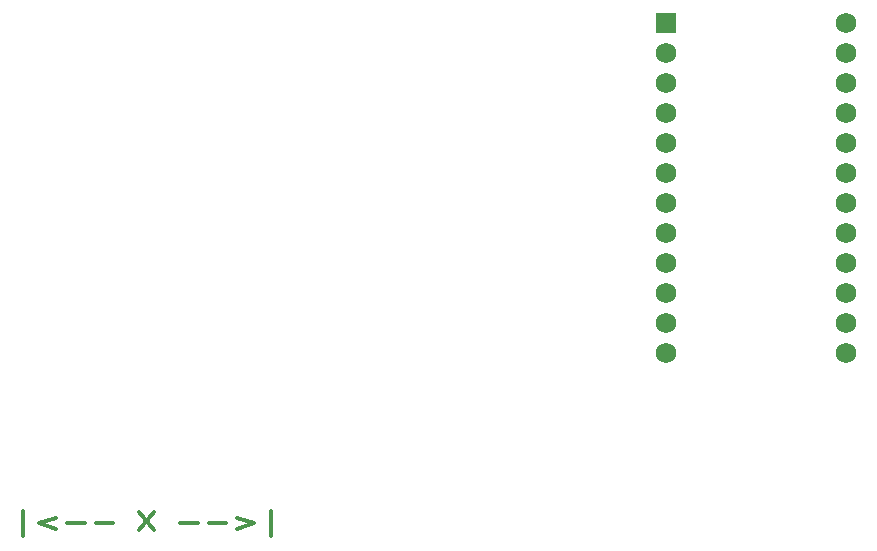
<source format=gbr>
%TF.GenerationSoftware,KiCad,Pcbnew,6.99.0*%
%TF.CreationDate,2021-12-29T22:27:03+01:00*%
%TF.ProjectId,shoggotwide,73686f67-676f-4747-9769-64652e6b6963,v1.0.0*%
%TF.SameCoordinates,Original*%
%TF.FileFunction,Legend,Bot*%
%TF.FilePolarity,Positive*%
%FSLAX46Y46*%
G04 Gerber Fmt 4.6, Leading zero omitted, Abs format (unit mm)*
G04 Created by KiCad (PCBNEW 6.99.0) date 2021-12-29 22:27:03*
%MOMM*%
%LPD*%
G01*
G04 APERTURE LIST*
%ADD10C,0.300000*%
%ADD11R,1.752600X1.752600*%
%ADD12C,1.752600*%
G04 APERTURE END LIST*
D10*
X201011142Y-149078571D02*
X201011142Y-146935714D01*
X203866095Y-147578571D02*
X202392571Y-148007142D01*
X203866095Y-148435714D01*
X204787047Y-148007142D02*
X206260571Y-148007142D01*
X207181523Y-148007142D02*
X208655047Y-148007142D01*
X210865333Y-147078571D02*
X212154666Y-148578571D01*
X212154666Y-147078571D02*
X210865333Y-148578571D01*
X214364952Y-148007142D02*
X215838476Y-148007142D01*
X216759428Y-148007142D02*
X218232952Y-148007142D01*
X219153904Y-147578571D02*
X220627428Y-148007142D01*
X219153904Y-148435714D01*
X222008857Y-149078571D02*
X222008857Y-146935714D01*
D11*
%TO.C,MCU1*%
X255450000Y-105660000D03*
D12*
X255450000Y-108200000D03*
X255450000Y-110740000D03*
X255450000Y-113280000D03*
X255450000Y-115820000D03*
X255450000Y-118360000D03*
X255450000Y-120900000D03*
X255450000Y-123440000D03*
X255450000Y-125980000D03*
X255450000Y-128520000D03*
X255450000Y-131060000D03*
X255450000Y-133600000D03*
X270690000Y-105660000D03*
X270690000Y-108200000D03*
X270690000Y-110740000D03*
X270690000Y-113280000D03*
X270690000Y-115820000D03*
X270690000Y-118360000D03*
X270690000Y-120900000D03*
X270690000Y-123440000D03*
X270690000Y-125980000D03*
X270690000Y-128520000D03*
X270690000Y-131060000D03*
X270690000Y-133600000D03*
%TD*%
M02*

</source>
